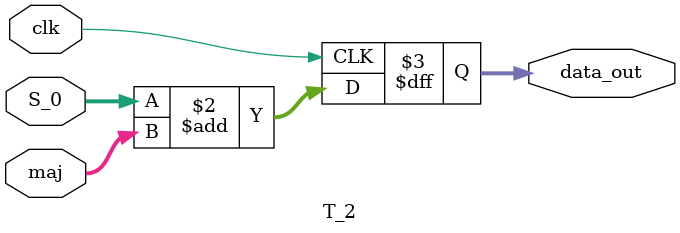
<source format=v>
`timescale 1ns / 1ps
module T_2(data_out,clk,S_0,maj);
output reg [31:0] data_out;
input clk;
input [31:0] S_0,maj;
	
always @ (posedge clk)
	begin
		data_out = S_0+maj;
	end
	

endmodule

</source>
